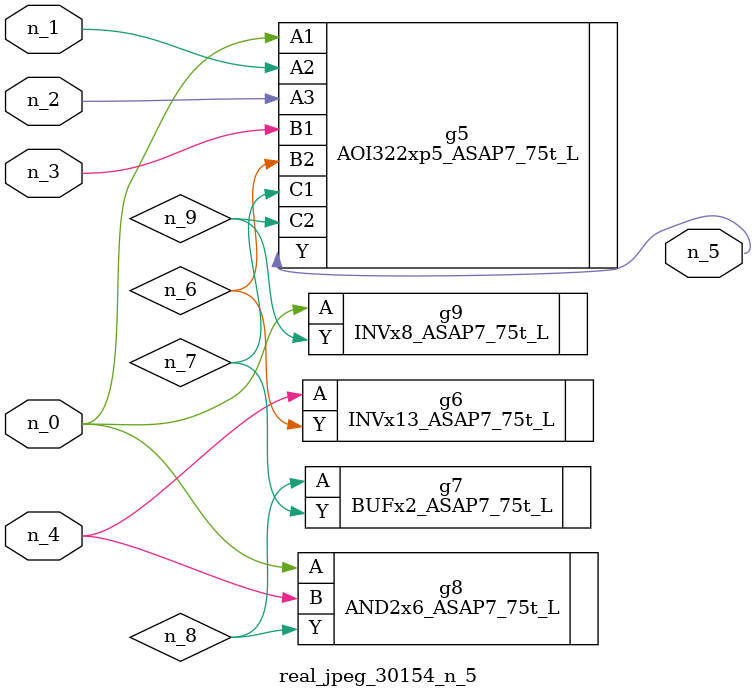
<source format=v>
module real_jpeg_30154_n_5 (n_4, n_0, n_1, n_2, n_3, n_5);

input n_4;
input n_0;
input n_1;
input n_2;
input n_3;

output n_5;

wire n_8;
wire n_6;
wire n_7;
wire n_9;

AOI322xp5_ASAP7_75t_L g5 ( 
.A1(n_0),
.A2(n_1),
.A3(n_2),
.B1(n_3),
.B2(n_6),
.C1(n_7),
.C2(n_9),
.Y(n_5)
);

AND2x6_ASAP7_75t_L g8 ( 
.A(n_0),
.B(n_4),
.Y(n_8)
);

INVx8_ASAP7_75t_L g9 ( 
.A(n_0),
.Y(n_9)
);

INVx13_ASAP7_75t_L g6 ( 
.A(n_4),
.Y(n_6)
);

BUFx2_ASAP7_75t_L g7 ( 
.A(n_8),
.Y(n_7)
);


endmodule
</source>
